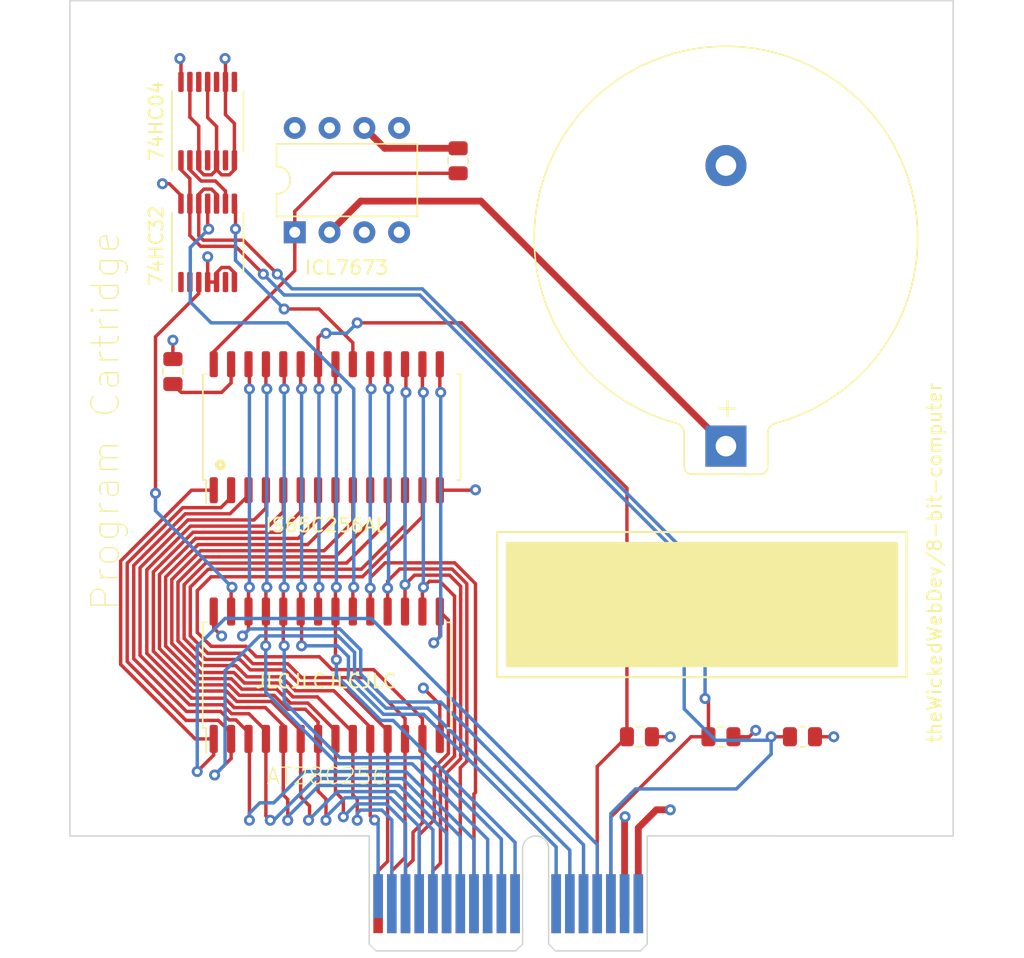
<source format=kicad_pcb>
(kicad_pcb (version 20211014) (generator pcbnew)
  (layers (0 "F.Cu" signal) (1 "In1.Cu" signal) (2 "In2.Cu" signal) (31 "B.Cu" signal) (34 "B.Paste" user) (35 "F.Paste" user) (36 "B.SilkS" user "B.Silkscreen") (37 "F.SilkS" user "F.Silkscreen") (38 "B.Mask" user) (39 "F.Mask" user) (44 "Edge.Cuts" user))
  (net 0 "")
  (net 1 "/D0")
  (net 2 "/D1")
  (net 3 "/D2")
  (net 4 "/D3")
  (net 5 "/D4")
  (net 6 "/D5")
  (net 7 "/D6")
  (net 8 "/D7")
  (net 9 "VCC")
  (net 10 "GND")
  (net 11 "/~{EN}")
  (net 12 "/~{READ}")
  (net 13 "/A14")
  (net 14 "/A12")
  (net 15 "/A7")
  (net 16 "/A6")
  (net 17 "/A5")
  (net 18 "/A4")
  (net 19 "/A3")
  (net 20 "/A2")
  (net 21 "/A1")
  (net 22 "/A0")
  (net 23 "/A10")
  (net 24 "/A11")
  (net 25 "/A9")
  (net 26 "/A8")
  (net 27 "/A13")
  (net 28 "/~{WE}")
  (net 29 "/A15")
  (net 30 "Net-(BT1-Pad1)")
  (net 31 "/~{WRITE}")
  (net 33 "Net-(R5-Pad2)")
  (net 34 "/~{ROM_WE}")
  (net 38 "Net-(U4-Pad2)")
  (net 46 "/~{ROM_WRITE}")
  (net 51 "+5V")
  (net 52 "Net-(U1-Pad20)")
  (net 53 "Net-(U5-Pad20)")
  (net 54 "Net-(SW1-Pad2)")
  (footprint "Package_SO:TSSOP-14_4.4x5mm_P0.65mm" (layer "F.Cu") (at 99.06 75.184 90)
    (fp_text reference "U6" hide)
    (fp_text value "74LS32")
  )
  (footprint "Resistor_SMD:R_0805_2012Metric" (layer "F.Cu") (at 130.588666 111.252)
    (fp_text reference "R2" hide)
    (fp_text value "R_Small_US")
  )
  (footprint "Package_DIP:DIP-8_W7.62mm" (layer "F.Cu") (at 105.42 74.412 90)
    (fp_text reference "U3" hide)
    (fp_text value "ICL7673")
  )
  (footprint "Connector_PCBEdge:BUS_PCIexpress_x1" (layer "F.Cu") (at 111.506 123.444)
    (fp_text reference "J1" hide)
    (fp_text value "PCIE-036-02-X-D-RA")
    (fp_line (start 19.65 -4.95) (end 19.65 2.95) (layer "Edge.Cuts") (width 0.1))
    (fp_line (start -0.65 -4.95) (end -0.65 2.95) (layer "Edge.Cuts") (width 0.1))
    (fp_line (start 12.45 2.95) (end 12.95 3.45) (layer "Edge.Cuts") (width 0.1))
    (fp_line (start 12.95 3.45) (end 19.15 3.45) (layer "Edge.Cuts") (width 0.1))
    (fp_line (start 10.55 2.95) (end 10.05 3.45) (layer "Edge.Cuts") (width 0.1))
    (fp_line (start -0.65 2.95) (end -0.15 3.45) (layer "Edge.Cuts") (width 0.1))
    (fp_line (start -0.15 3.45) (end 10.05 3.45) (layer "Edge.Cuts") (width 0.1))
    (fp_line (start 19.65 2.95) (end 19.15 3.45) (layer "Edge.Cuts") (width 0.1))
    (fp_line (start 12.45 -4) (end 12.45 2.95) (layer "Edge.Cuts") (width 0.1))
    (fp_line (start 10.55 -4) (end 10.55 2.95) (layer "Edge.Cuts") (width 0.1))
    (fp_arc (start 10.55 -4) (mid 11.5 -4.95) (end 12.45 -4) (layer "Edge.Cuts") (width 0.1))
  )
  (footprint "Package_SO:TSSOP-14_4.4x5mm_P0.65mm" (layer "F.Cu") (at 99.06 66.294 90)
    (fp_text reference "U4" hide)
    (fp_text value "74LS04")
  )
  (footprint "Resistor_SMD:R_0805_2012Metric" (layer "F.Cu") (at 96.52 84.582 90)
    (fp_text reference "R3" hide)
    (fp_text value "R_Small_US")
  )
  (footprint "MountingHole:MountingHole_2.5mm" (layer "F.Cu") (at 150.622 60.452)
    (fp_text reference "REF**" hide)
    (fp_text value "MountingHole_2.5mm")
  )
  (footprint "MountingHole:MountingHole_2.5mm" (layer "F.Cu") (at 150.622 115.57)
    (fp_text reference "REF**" hide)
    (fp_text value "MountingHole_2.5mm")
  )
  (footprint "Resistor_SMD:R_0805_2012Metric" (layer "F.Cu") (at 142.494 111.252)
    (fp_text reference "R4" hide)
    (fp_text value "R_Small_US")
  )
  (footprint "MountingHole:MountingHole_2.5mm" (layer "F.Cu") (at 91.948 115.57)
    (fp_text reference "REF**" hide)
    (fp_text value "MountingHole_2.5mm")
  )
  (footprint "Battery:BatteryHolder_Keystone_105_1x2430" (layer "F.Cu") (at 136.906 90.030081 90)
    (fp_text reference "BT1" hide)
    (fp_text value "Battery_Cell")
  )
  (footprint "Resistor_SMD:R_0805_2012Metric" (layer "F.Cu") (at 136.541332 111.252)
    (fp_text reference "R1" hide)
    (fp_text value "R_Small_US")
  )
  (footprint "MountingHole:MountingHole_2.5mm" (layer "F.Cu") (at 91.948 60.452)
    (fp_text reference "REF**" hide)
    (fp_text value "MountingHole_2.5mm")
  )
  (footprint "Resistor_SMD:R_0805_2012Metric" (layer "F.Cu") (at 117.348 69.1915 90)
    (fp_text reference "R5" hide)
    (fp_text value "R_Small_US")
  )
  (footprint "Stephenv6:SOP-28-RAM-ic" (layer "F.Cu") (at 94.3985 88.35 90)
    (fp_text reference "U5" hide)
    (fp_text value "IS65C256AL")
  )
  (footprint "Package_SO:SOIC-28W_7.5x17.9mm_P1.27mm" (layer "F.Cu") (at 107.7565 106.758 90)
    (fp_text reference "U1" hide)
    (fp_text value "28C256")
  )
  (gr_rect (start 120.2 96.3) (end 150.1 106.9) (layer "F.SilkS") (width 0.15) (fill none))
  (gr_rect (start 120.9 97.1) (end 149.4 106.1) (layer "F.SilkS") (width 0.15) (fill solid))
  (gr_line (start 89 118.5) (end 89 57.5) (layer "Edge.Cuts") (width 0.1))
  (gr_line (start 153.5 118.5) (end 153.5 57.5) (layer "Edge.Cuts") (width 0.1))
  (gr_line (start 153.5 57.5) (end 89 57.5) (layer "Edge.Cuts") (width 0.1))
  (gr_line (start 131.156 118.494) (end 153.5 118.5) (layer "Edge.Cuts") (width 0.1))
  (gr_line (start 110.856 118.494) (end 89 118.5) (layer "Edge.Cuts") (width 0.1))
  (gr_text "Program Cartridge" (at 91.6 88.2 90) (layer "F.SilkS") (effects (font (size 2 2) (thickness 0.1))))
  (gr_text "JLCJLCJLCJLC" (at 107.7 107.2) (layer "F.SilkS") (effects (font (size 1 1))))
  (gr_text "theWickedWebDev/8-bit-computer" (at 152.146 98.552 90) (layer "F.SilkS") (effects (font (size 1 1))))
  (segment (start 98.873806 105.60551) (end 97.340489 104.072193) (width 0.25) (layer "F.Cu") (net 1))
  (segment (start 108.779807 107.383511) (end 105.731806 107.38351) (width 0.25) (layer "F.Cu") (net 1))
  (segment (start 105.731806 107.38351) (end 104.715807 106.367511) (width 0.25) (layer "F.Cu") (net 1))
  (segment (start 112.2015 110.805204) (end 108.779807 107.383511) (width 0.25) (layer "F.Cu") (net 1))
  (segment (start 98.91818 98.566116) (end 109.205884 98.566116) (width 0.25) (layer "F.Cu") (net 1))
  (segment (start 102.175806 106.36751) (end 101.413807 105.605511) (width 0.25) (layer "F.Cu") (net 1))
  (segment (start 112.2015 95.5705) (end 112.2015 93.246) (width 0.25) (layer "F.Cu") (net 1))
  (segment (start 97.340489 104.072193) (end 97.34049 100.143806) (width 0.25) (layer "F.Cu") (net 1))
  (segment (start 111.506 123.444) (end 111.506 121.044) (width 0.25) (layer "F.Cu") (net 1))
  (segment (start 109.205884 98.566116) (end 112.2015 95.5705) (width 0.25) (layer "F.Cu") (net 1))
  (segment (start 101.413807 105.605511) (end 98.873806 105.60551) (width 0.25) (layer "F.Cu") (net 1))
  (segment (start 104.715807 106.367511) (end 102.175806 106.36751) (width 0.25) (layer "F.Cu") (net 1))
  (segment (start 112.2015 111.408) (end 112.2015 110.805204) (width 0.25) (layer "F.Cu") (net 1))
  (segment (start 112.2015 120.3485) (end 112.2015 111.408) (width 0.25) (layer "F.Cu") (net 1))
  (segment (start 111.506 121.044) (end 112.2015 120.3485) (width 0.25) (layer "F.Cu") (net 1))
  (segment (start 97.34049 100.143806) (end 98.91818 98.566116) (width 0.25) (layer "F.Cu") (net 1))
  (segment (start 105.918 106.934) (end 104.902 105.918) (width 0.25) (layer "F.Cu") (net 2))
  (segment (start 110.278965 99.015627) (end 113.4715 95.823092) (width 0.25) (layer "F.Cu") (net 2))
  (segment (start 101.6 105.156) (end 99.06 105.156) (width 0.25) (layer "F.Cu") (net 2))
  (segment (start 112.506 121.044) (end 113.4715 120.0785) (width 0.25) (layer "F.Cu") (net 2))
  (segment (start 99.104373 99.015627) (end 110.278965 99.015627) (width 0.25) (layer "F.Cu") (net 2))
  (segment (start 110.49 106.934) (end 105.918 106.934) (width 0.25) (layer "F.Cu") (net 2))
  (segment (start 112.506 123.444) (end 112.506 121.044) (width 0.25) (layer "F.Cu") (net 2))
  (segment (start 97.79 100.33) (end 99.104373 99.015627) (width 0.25) (layer "F.Cu") (net 2))
  (segment (start 104.902 105.918) (end 102.362 105.918) (width 0.25) (layer "F.Cu") (net 2))
  (segment (start 113.4715 95.823092) (end 113.4715 93.246) (width 0.25) (layer "F.Cu") (net 2))
  (segment (start 99.06 105.156) (end 97.79 103.886) (width 0.25) (layer "F.Cu") (net 2))
  (segment (start 97.79 103.886) (end 97.79 100.33) (width 0.25) (layer "F.Cu") (net 2))
  (segment (start 113.4715 109.9155) (end 110.49 106.934) (width 0.25) (layer "F.Cu") (net 2))
  (segment (start 102.362 105.918) (end 101.6 105.156) (width 0.25) (layer "F.Cu") (net 2))
  (segment (start 113.4715 120.0785) (end 113.4715 111.408) (width 0.25) (layer "F.Cu") (net 2))
  (segment (start 113.4715 111.408) (end 113.4715 109.9155) (width 0.25) (layer "F.Cu") (net 2))
  (segment (start 99.314 99.568) (end 110.362296 99.568) (width 0.25) (layer "F.Cu") (net 3))
  (segment (start 99.314 104.648) (end 98.298 103.632) (width 0.25) (layer "F.Cu") (net 3))
  (segment (start 113.506 120.808296) (end 114.056489 120.257807) (width 0.25) (layer "F.Cu") (net 3))
  (segment (start 114.056489 120.257807) (end 114.05649 118.225806) (width 0.25) (layer "F.Cu") (net 3))
  (segment (start 114.7415 111.408) (end 114.7415 109.9155) (width 0.25) (layer "F.Cu") (net 3))
  (segment (start 110.362296 99.568) (end 114.7415 95.188796) (width 0.25) (layer "F.Cu") (net 3))
  (segment (start 98.298 103.632) (end 98.298 100.584) (width 0.25) (layer "F.Cu") (net 3))
  (segment (start 114.7415 109.9155) (end 111.177001 106.351001) (width 0.25) (layer "F.Cu") (net 3))
  (segment (start 107.2169 105.41) (end 102.616 105.41) (width 0.25) (layer "F.Cu") (net 3))
  (segment (start 108.157901 106.351001) (end 107.2169 105.41) (width 0.25) (layer "F.Cu") (net 3))
  (segment (start 101.854 104.648) (end 99.314 104.648) (width 0.25) (layer "F.Cu") (net 3))
  (segment (start 113.506 123.444) (end 113.506 120.808296) (width 0.25) (layer "F.Cu") (net 3))
  (segment (start 111.177001 106.351001) (end 108.157901 106.351001) (width 0.25) (layer "F.Cu") (net 3))
  (segment (start 114.7415 95.188796) (end 114.7415 93.246) (width 0.25) (layer "F.Cu") (net 3))
  (segment (start 98.298 100.584) (end 99.314 99.568) (width 0.25) (layer "F.Cu") (net 3))
  (segment (start 102.616 105.41) (end 101.854 104.648) (width 0.25) (layer "F.Cu") (net 3))
  (segment (start 114.05649 118.225806) (end 114.7415 117.540796) (width 0.25) (layer "F.Cu") (net 3))
  (segment (start 114.7415 117.540796) (end 114.7415 111.408) (width 0.25) (layer "F.Cu") (net 3))
  (segment (start 116.0115 84.046) (end 116.0115 86.0395) (width 0.25) (layer "F.Cu") (net 4))
  (segment (start 116.636028 102.732528) (end 116.0115 102.108) (width 0.25) (layer "F.Cu") (net 4))
  (segment (start 116.636028 112.479537) (end 116.636028 102.732528) (width 0.25) (layer "F.Cu") (net 4))
  (segment (start 116.0115 86.0395) (end 116.078 86.106) (width 0.25) (layer "F.Cu") (net 4))
  (segment (start 114.506 123.444) (end 114.506 118.412) (width 0.25) (layer "F.Cu") (net 4))
  (segment (start 116.0115 103.9525) (end 115.57 104.394) (width 0.25) (layer "F.Cu") (net 4))
  (segment (start 115.606978 117.311022) (end 115.606978 113.508587) (width 0.25) (layer "F.Cu") (net 4))
  (segment (start 114.506 118.412) (end 115.606978 117.311022) (width 0.25) (layer "F.Cu") (net 4))
  (segment (start 116.0115 102.108) (end 116.0115 103.9525) (width 0.25) (layer "F.Cu") (net 4))
  (segment (start 115.606978 113.508587) (end 116.636028 112.479537) (width 0.25) (layer "F.Cu") (net 4))
  (via (at 115.57 104.394) (size 0.8) (drill 0.4) (layers "F.Cu" "B.Cu") (net 4))
  (via (at 116.078 86.106) (size 0.8) (drill 0.4) (layers "F.Cu" "B.Cu") (net 4))
  (segment (start 116.078 103.886) (end 115.57 104.394) (width 0.25) (layer "B.Cu") (net 4))
  (segment (start 116.078 86.106) (end 116.078 103.886) (width 0.25) (layer "B.Cu") (net 4))
  (segment (start 117.085539 100.975879) (end 116.010192 99.900532) (width 0.25) (layer "F.Cu") (net 5))
  (segment (start 116.05649 113.69478) (end 117.085539 112.665731) (width 0.25) (layer "F.Cu") (net 5))
  (segment (start 117.085539 112.665731) (end 117.085539 100.975879) (width 0.25) (layer "F.Cu") (net 5))
  (segment (start 114.7415 86.0395) (end 114.808 86.106) (width 0.25) (layer "F.Cu") (net 5))
  (segment (start 114.816418 100.338418) (end 114.7415 100.413336) (width 0.25) (layer "F.Cu") (net 5))
  (segment (start 116.056489 120.493511) (end 116.05649 113.69478) (width 0.25) (layer "F.Cu") (net 5))
  (segment (start 115.506 123.444) (end 115.506 121.044) (width 0.25) (layer "F.Cu") (net 5))
  (segment (start 115.506 121.044) (end 116.056489 120.493511) (width 0.25) (layer "F.Cu") (net 5))
  (segment (start 114.7415 84.046) (end 114.7415 86.0395) (width 0.25) (layer "F.Cu") (net 5))
  (segment (start 114.7415 100.413336) (end 114.7415 102.108) (width 0.25) (layer "F.Cu") (net 5))
  (segment (start 115.254303 99.900533) (end 114.816418 100.338418) (width 0.25) (layer "F.Cu") (net 5))
  (segment (start 116.010192 99.900532) (end 115.254303 99.900533) (width 0.25) (layer "F.Cu") (net 5))
  (via (at 114.816418 100.338418) (size 0.8) (drill 0.4) (layers "F.Cu" "B.Cu") (net 5))
  (via (at 114.808 86.106) (size 0.8) (drill 0.4) (layers "F.Cu" "B.Cu") (net 5))
  (segment (start 114.808 100.33) (end 114.816418 100.338418) (width 0.25) (layer "B.Cu") (net 5))
  (segment (start 114.808 86.106) (end 114.808 100.33) (width 0.25) (layer "B.Cu") (net 5))
  (segment (start 113.538 84.1125) (end 113.4715 84.046) (width 0.25) (layer "F.Cu") (net 6))
  (segment (start 116.721614 99.451022) (end 114.162978 99.451022) (width 0.25) (layer "F.Cu") (net 6))
  (segment (start 116.506 123.444) (end 116.506 113.880974) (width 0.25) (layer "F.Cu") (net 6))
  (segment (start 113.538 86.106) (end 113.538 84.1125) (width 0.25) (layer "F.Cu") (net 6))
  (segment (start 117.53505 100.264458) (end 116.721614 99.451022) (width 0.25) (layer "F.Cu") (net 6))
  (segment (start 114.162978 99.451022) (end 113.4715 100.1425) (width 0.25) (layer "F.Cu") (net 6))
  (segment (start 117.53505 112.851924) (end 117.53505 100.264458) (width 0.25) (layer "F.Cu") (net 6))
  (segment (start 113.4715 100.1425) (end 113.4715 102.108) (width 0.25) (layer "F.Cu") (net 6))
  (segment (start 116.506 113.880974) (end 117.53505 112.851924) (width 0.25) (layer "F.Cu") (net 6))
  (via (at 113.538 86.106) (size 0.8) (drill 0.4) (layers "F.Cu" "B.Cu") (net 6))
  (via (at 113.4715 100.1425) (size 0.8) (drill 0.4) (layers "F.Cu" "B.Cu") (net 6))
  (segment (start 113.4715 100.1425) (end 113.4715 86.1725) (width 0.25) (layer "B.Cu") (net 6))
  (segment (start 113.4715 86.1725) (end 113.538 86.106) (width 0.25) (layer "B.Cu") (net 6))
  (segment (start 112.2015 99.8885) (end 112.2015 100.3965) (width 0.25) (layer "F.Cu") (net 7))
  (segment (start 112.2015 85.7855) (end 112.268 85.852) (width 0.25) (layer "F.Cu") (net 7))
  (segment (start 117.506 113.516691) (end 117.984561 113.03813) (width 0.25) (layer "F.Cu") (net 7))
  (segment (start 112.2015 84.046) (end 112.2015 85.7855) (width 0.25) (layer "F.Cu") (net 7))
  (segment (start 117.506 123.444) (end 117.506 113.516691) (width 0.25) (layer "F.Cu") (net 7))
  (segment (start 117.984561 113.03813) (end 117.984561 100.078265) (width 0.25) (layer "F.Cu") (net 7))
  (segment (start 112.2015 100.3965) (end 112.2015 102.108) (width 0.25) (layer "F.Cu") (net 7))
  (segment (start 116.907807 99.001511) (end 113.088489 99.001511) (width 0.25) (layer "F.Cu") (net 7))
  (segment (start 117.984561 100.078265) (end 116.907807 99.001511) (width 0.25) (layer "F.Cu") (net 7))
  (segment (start 113.088489 99.001511) (end 112.2015 99.8885) (width 0.25) (layer "F.Cu") (net 7))
  (via (at 112.268 85.852) (size 0.8) (drill 0.4) (layers "F.Cu" "B.Cu") (net 7))
  (via (at 112.2015 100.3965) (size 0.8) (drill 0.4) (layers "F.Cu" "B.Cu") (net 7))
  (segment (start 112.268 100.33) (end 112.2015 100.3965) (width 0.25) (layer "B.Cu") (net 7))
  (segment (start 112.268 85.852) (end 112.268 100.33) (width 0.25) (layer "B.Cu") (net 7))
  (segment (start 110.9315 85.7855) (end 110.998 85.852) (width 0.25) (layer "F.Cu") (net 8))
  (segment (start 118.618 100.076) (end 118.618 115.316) (width 0.25) (layer "F.Cu") (net 8))
  (segment (start 110.9315 99.6345) (end 112.014 98.552) (width 0.25) (layer "F.Cu") (net 8))
  (segment (start 118.618 115.316) (end 118.506 115.428) (width 0.25) (layer "F.Cu") (net 8))
  (segment (start 117.094 98.552) (end 118.618 100.076) (width 0.25) (layer "F.Cu") (net 8))
  (segment (start 112.014 98.552) (end 117.094 98.552) (width 0.25) (layer "F.Cu") (net 8))
  (segment (start 110.9315 102.108) (end 110.9315 100.3965) (width 0.25) (layer "F.Cu") (net 8))
  (segment (start 110.9315 100.3965) (end 110.9315 99.6345) (width 0.25) (layer "F.Cu") (net 8))
  (segment (start 110.9315 84.046) (end 110.9315 85.7855) (width 0.25) (layer "F.Cu") (net 8))
  (segment (start 118.506 115.428) (end 118.506 123.444) (width 0.25) (layer "F.Cu") (net 8))
  (via (at 110.998 85.852) (size 0.8) (drill 0.4) (layers "F.Cu" "B.Cu") (net 8))
  (via (at 110.9315 100.3965) (size 0.8) (drill 0.4) (layers "F.Cu" "B.Cu") (net 8))
  (segment (start 110.9315 100.3965) (end 110.9315 85.9185) (width 0.25) (layer "B.Cu") (net 8))
  (segment (start 110.9315 85.9185) (end 110.998 85.852) (width 0.25) (layer "B.Cu") (net 8))
  (segment (start 143.4065 111.252) (end 144.78 111.252) (width 0.25) (layer "F.Cu") (net 9))
  (segment (start 108.204 70.104) (end 105.41 72.898) (width 0.25) (layer "F.Cu") (net 9))
  (segment (start 99.5015 102.108) (end 99.5015 103.3115) (width 0.25) (layer "F.Cu") (net 9))
  (segment (start 117.348 70.104) (end 108.204 70.104) (width 0.25) (layer "F.Cu") (net 9))
  (segment (start 96.266 70.866) (end 95.758 70.866) (width 0.25) (layer "F.Cu") (net 9))
  (segment (start 105.42 72.908) (end 105.42 74.412) (width 0.25) (layer "F.Cu") (net 9))
  (segment (start 105.41 72.898) (end 105.42 72.908) (width 0.25) (layer "F.Cu") (net 9))
  (segment (start 96.52 83.7475) (end 96.52 82.296) (width 0.25) (layer "F.Cu") (net 9))
  (segment (start 105.42 77.2146) (end 105.42 74.412) (width 0.25) (layer "F.Cu") (net 9))
  (segment (start 97.11 72.3215) (end 97.11 71.71) (width 0.25) (layer "F.Cu") (net 9))
  (segment (start 97.11 71.71) (end 96.266 70.866) (width 0.25) (layer "F.Cu") (net 9))
  (segment (start 97.11 63.4315) (end 97.11 61.804) (width 0.25) (layer "F.Cu") (net 9))
  (segment (start 99.5015 83.1331) (end 105.42 77.2146) (width 0.25) (layer "F.Cu") (net 9))
  (segment (start 138.607513 111.252) (end 139.078013 110.7815) (width 0.25) (layer "F.Cu") (net 9))
  (segment (start 99.5015 84.046) (end 99.5015 83.1331) (width 0.25) (layer "F.Cu") (net 9))
  (segment (start 131.501166 111.252) (end 132.842 111.252) (width 0.25) (layer "F.Cu") (net 9))
  (segment (start 99.5015 103.3115) (end 100.080299 103.890299) (width 0.25) (layer "F.Cu") (net 9))
  (segment (start 137.453832 111.252) (end 138.607513 111.252) (width 0.25) (layer "F.Cu") (net 9))
  (via (at 144.78 111.252) (size 0.8) (drill 0.4) (layers "F.Cu" "B.Cu") (net 9))
  (via (at 96.52 82.296) (size 0.8) (drill 0.4) (layers "F.Cu" "B.Cu") (net 9))
  (via (at 139.078013 110.7815) (size 0.8) (drill 0.4) (layers "F.Cu" "B.Cu") (net 9))
  (via (at 132.842 111.252) (size 0.8) (drill 0.4) (layers "F.Cu" "B.Cu") (net 9))
  (via (at 95.758 70.866) (size 0.8) (drill 0.4) (layers "F.Cu" "B.Cu") (net 9))
  (via (at 97.028 61.722) (size 0.8) (drill 0.4) (layers "F.Cu" "B.Cu") (net 9))
  (via (at 100.080299 103.890299) (size 0.8) (drill 0.4) (layers "F.Cu" "B.Cu") (net 9))
  (segment (start 100.635841 76.98448) (end 100.084159 76.98448) (width 0.25) (layer "F.Cu") (net 10))
  (segment (start 99.06 63.4315) (end 99.06 66.04) (width 0.25) (layer "F.Cu") (net 10))
  (segment (start 99.71 69.844361) (end 99.335841 70.21852) (width 0.25) (layer "F.Cu") (net 10))
  (segment (start 101.01 66.466) (end 100.36 65.816) (width 0.25) (layer "F.Cu") (net 10))
  (segment (start 100.36 63.4315) (end 100.36 61.752) (width 0.25) (layer "F.Cu") (net 10))
  (segment (start 116.0115 93.246) (end 118.59 93.246) (width 0.25) (layer "F.Cu") (net 10))
  (segment (start 101.01 69.844361) (end 101.01 69.1565) (width 0.25) (layer "F.Cu") (net 10))
  (segment (start 101.01 78.0465) (end 101.01 77.358639) (width 0.25) (layer "F.Cu") (net 10))
  (segment (start 99.335841 70.21852) (end 98.784159 70.21852) (width 0.25) (layer "F.Cu") (net 10))
  (segment (start 116.0115 111.408) (end 116.0115 108.8995) (width 0.25) (layer "F.Cu") (net 10))
  (segment (start 97.76 66.01) (end 97.76 63.4315) (width 0.25) (layer "F.Cu") (net 10))
  (segment (start 129.506 122.894) (end 129.506 117.128) (width 0.5) (layer "F.Cu") (net 10))
  (segment (start 100.36 65.816) (end 100.36 63.4315) (width 0.25) (layer "F.Cu") (net 10))
  (segment (start 101.01 77.358639) (end 100.635841 76.98448) (width 0.25) (layer "F.Cu") (net 10))
  (segment (start 99.71 66.69) (end 99.71 69.1565) (width 0.25) (layer "F.Cu") (net 10))
  (segment (start 99.06 66.04) (end 99.71 66.69) (width 0.25) (layer "F.Cu") (net 10))
  (segment (start 100.635841 70.21852) (end 101.01 69.844361) (width 0.25) (layer "F.Cu") (net 10))
  (segment (start 116.0115 108.8995) (end 114.808 107.696) (width 0.25) (layer "F.Cu") (net 10))
  (segment (start 98.41 69.844361) (end 98.41 69.1565) (width 0.25) (layer "F.Cu") (net 10))
  (segment (start 100.084159 76.98448) (end 99.71 77.358639) (width 0.25) (layer "F.Cu") (net 10))
  (segment (start 101.01 69.1565) (end 101.01 66.466) (width 0.25) (layer "F.Cu") (net 10))
  (segment (start 98.784159 70.21852) (end 98.41 69.844361) (width 0.25) (layer "F.Cu") (net 10))
  (segment (start 100.084159 70.21852) (end 100.635841 70.21852) (width 0.25) (layer "F.Cu") (net 10))
  (segment (start 129.506 117.128) (end 129.54 117.094) (width 0.5) (layer "F.Cu") (net 10))
  (segment (start 99.71 69.1565) (end 99.71 69.844361) (width 0.25) (layer "F.Cu") (net 10))
  (segment (start 99.71 77.358639) (end 99.71 78.0465) (width 0.25) (layer "F.Cu") (net 10))
  (segment (start 99.06 78.0465) (end 99.06 76.2) (width 0.25) (layer "F.Cu") (net 10))
  (segment (start 98.41 66.66) (end 97.76 66.01) (width 0.25) (layer "F.Cu") (net 10))
  (segment (start 99.06 78.0465) (end 99.71 78.0465) (width 0.25) (layer "F.Cu") (net 10))
  (segment (start 98.41 69.1565) (end 98.41 66.66) (width 0.25) (layer "F.Cu") (net 10))
  (segment (start 99.71 69.844361) (end 100.084159 70.21852) (width 0.25) (layer "F.Cu") (net 10))
  (via (at 99.06 76.2) (size 0.8) (drill 0.4) (layers "F.Cu" "B.Cu") (net 10))
  (via (at 129.54 117.094) (size 0.8) (drill 0.4) (layers "F.Cu" "B.Cu") (net 10))
  (via (at 114.808 107.696) (size 0.8) (drill 0.4) (layers "F.Cu" "B.Cu") (net 10))
  (via (at 100.33 61.722) (size 0.8) (drill 0.4) (layers "F.Cu" "B.Cu") (net 10))
  (via (at 118.618 93.218) (size 0.8) (drill 0.4) (layers "F.Cu" "B.Cu") (net 10))
  (segment (start 128.506 117.1034) (end 134.3574 111.252) (width 0.25) (layer "F.Cu") (net 11))
  (segment (start 101.667089 74.988489) (end 104.144299 77.465701) (width 0.25) (layer "F.Cu") (net 11))
  (segment (start 98.738193 74.988489) (end 101.667089 74.988489) (width 0.25) (layer "F.Cu") (net 11))
  (segment (start 98.784159 71.25948) (end 98.41 71.633639) (width 0.25) (layer "F.Cu") (net 11))
  (segment (start 99.71 72.3215) (end 99.71 71.633639) (width 0.25) (layer "F.Cu") (net 11))
  (segment (start 134.3574 111.252) (end 135.628832 111.252) (width 0.25) (layer "F.Cu") (net 11))
  (segment (start 128.506 123.444) (end 128.506 117.1034) (width 0.25) (layer "F.Cu") (net 11))
  (segment (start 98.41 72.3215) (end 98.41 74.660296) (width 0.25) (layer "F.Cu") (net 11))
  (segment (start 135.628832 111.252) (end 135.628832 108.704832) (width 0.25) (layer "F.Cu") (net 11))
  (segment (start 135.628832 108.704832) (end 135.382 108.458) (width 0.25) (layer "F.Cu") (net 11))
  (segment (start 99.335841 71.25948) (end 98.784159 71.25948) (width 0.25) (layer "F.Cu") (net 11))
  (segment (start 98.41 74.660296) (end 98.738193 74.988489) (width 0.25) (layer "F.Cu") (net 11))
  (segment (start 99.71 71.633639) (end 99.335841 71.25948) (width 0.25) (layer "F.Cu") (net 11))
  (segment (start 98.41 71.633639) (end 98.41 72.3215) (width 0.25) (layer "F.Cu") (net 11))
  (via (at 135.382 108.458) (size 0.8) (drill 0.4) (layers "F.Cu" "B.Cu") (net 11))
  (via (at 104.144299 77.465701) (size 0.8) (drill 0.4) (layers "F.Cu" "B.Cu") (net 11))
  (segment (start 135.382 108.458) (end 135.382 99.186296) (width 0.25) (layer "B.Cu") (net 11))
  (segment (start 135.382 99.186296) (end 114.740193 78.544489) (width 0.25) (layer "B.Cu") (net 11))
  (segment (start 114.740193 78.544489) (end 105.223087 78.544489) (width 0.25) (layer "B.Cu") (net 11))
  (segment (start 105.223087 78.544489) (end 104.144299 77.465701) (width 0.25) (layer "B.Cu") (net 11))
  (segment (start 107.1215 84.046) (end 107.1215 82.1085) (width 0.25) (layer "F.Cu") (net 12))
  (segment (start 129.676166 111.252) (end 129.676166 93.100166) (width 0.25) (layer "F.Cu") (net 12))
  (segment (start 117.602 81.026) (end 109.982 81.026) (width 0.25) (layer "F.Cu") (net 12))
  (segment (start 107.1215 82.1085) (end 107.442 81.788) (width 0.25) (layer "F.Cu") (net 12))
  (segment (start 107.442 81.788) (end 107.696 81.788) (width 0.25) (layer "F.Cu") (net 12))
  (segment (start 107.1215 102.108) (end 107.1215 100.3965) (width 0.25) (layer "F.Cu") (net 12))
  (segment (start 107.188 84.1125) (end 107.1215 84.046) (width 0.25) (layer "F.Cu") (net 12))
  (segment (start 127.506 123.444) (end 127.506 113.422166) (width 0.25) (layer "F.Cu") (net 12))
  (segment (start 107.188 85.852) (end 107.188 84.1125) (width 0.25) (layer "F.Cu") (net 12))
  (segment (start 127.506 113.422166) (end 129.676166 111.252) (width 0.25) (layer "F.Cu") (net 12))
  (segment (start 107.1215 100.3965) (end 107.188 100.33) (width 0.25) (layer "F.Cu") (net 12))
  (segment (start 129.676166 93.100166) (end 117.602 81.026) (width 0.25) (layer "F.Cu") (net 12))
  (via (at 109.982 81.026) (size 0.8) (drill 0.4) (layers "F.Cu" "B.Cu") (net 12))
  (via (at 107.188 100.33) (size 0.8) (drill 0.4) (layers "F.Cu" "B.Cu") (net 12))
  (via (at 107.696 81.788) (size 0.8) (drill 0.4) (layers "F.Cu" "B.Cu") (net 12))
  (via (at 107.188 85.852) (size 0.8) (drill 0.4) (layers "F.Cu" "B.Cu") (net 12))
  (segment (start 107.696 81.788) (end 109.22 81.788) (width 0.25) (layer "B.Cu") (net 12))
  (segment (start 107.188 100.33) (end 107.188 85.852) (width 0.25) (layer "B.Cu") (net 12))
  (segment (start 109.22 81.788) (end 109.982 81.026) (width 0.25) (layer "B.Cu") (net 12))
  (segment (start 92.70645 105.971371) (end 92.70645 98.420807) (width 0.25) (layer "F.Cu") (net 13))
  (segment (start 99.5015 111.408) (end 99.5015 112.5885) (width 0.25) (layer "F.Cu") (net 13))
  (segment (start 92.70645 98.420807) (end 97.881257 93.246) (width 0.25) (layer "F.Cu") (net 13))
  (segment (start 99.5015 111.408) (end 98.143079 111.408) (width 0.25) (layer "F.Cu") (net 13))
  (segment (start 98.143079 111.408) (end 92.70645 105.971371) (width 0.25) (layer "F.Cu") (net 13))
  (segment (start 97.881257 93.246) (end 99.5015 93.246) (width 0.25) (layer "F.Cu") (net 13))
  (segment (start 99.5015 112.5885) (end 98.298 113.792) (width 0.25) (layer "F.Cu") (net 13))
  (via (at 98.298 113.792) (size 0.8) (drill 0.4) (layers "F.Cu" "B.Cu") (net 13))
  (segment (start 98.298 104.648) (end 100.33 102.616) (width 0.25) (layer "B.Cu") (net 13))
  (segment (start 100.33 102.616) (end 110.998 102.616) (width 0.25) (layer "B.Cu") (net 13))
  (segment (start 110.998 102.616) (end 127.506 119.124) (width 0.25) (layer "B.Cu") (net 13))
  (segment (start 98.298 113.792) (end 98.298 104.648) (width 0.25) (layer "B.Cu") (net 13))
  (segment (start 127.506 119.124) (end 127.506 123.444) (width 0.25) (layer "B.Cu") (net 13))
  (segment (start 100.7715 111.408) (end 100.7715 112.8425) (width 0.25) (layer "F.Cu") (net 14))
  (segment (start 100.024846 94.52052) (end 100.7715 93.773866) (width 0.25) (layer "F.Cu") (net 14))
  (segment (start 100.7715 93.773866) (end 100.7715 93.246) (width 0.25) (layer "F.Cu") (net 14))
  (segment (start 100.7715 112.8425) (end 99.568 114.046) (width 0.25) (layer "F.Cu") (net 14))
  (segment (start 97.242441 94.52052) (end 100.024846 94.52052) (width 0.25) (layer "F.Cu") (net 14))
  (segment (start 99.848052 110.05848) (end 97.479909 110.05848) (width 0.25) (layer "F.Cu") (net 14))
  (segment (start 93.183747 98.579214) (end 97.242441 94.52052) (width 0.25) (layer "F.Cu") (net 14))
  (segment (start 100.7715 110.981928) (end 99.848052 110.05848) (width 0.25) (layer "F.Cu") (net 14))
  (segment (start 100.7715 111.408) (end 100.7715 110.981928) (width 0.25) (layer "F.Cu") (net 14))
  (segment (start 93.183747 105.762318) (end 93.183747 98.579214) (width 0.25) (layer "F.Cu") (net 14))
  (segment (start 97.479909 110.05848) (end 93.183747 105.762318) (width 0.25) (layer "F.Cu") (net 14))
  (via (at 99.568 114.046) (size 0.8) (drill 0.4) (layers "F.Cu" "B.Cu") (net 14))
  (segment (start 100.33 106.426) (end 100.33 113.284) (width 0.25) (layer "B.Cu") (net 14))
  (segment (start 125.506 123.444) (end 125.506 119.537704) (width 0.25) (layer "B.Cu") (net 14))
  (segment (start 125.506 119.537704) (end 115.129807 109.161511) (width 0.25) (layer "B.Cu") (net 14))
  (segment (start 108.584296 103.886) (end 102.87 103.886) (width 0.25) (layer "B.Cu") (net 14))
  (segment (start 109.786489 106.866193) (end 109.786489 105.088193) (width 0.25) (layer "B.Cu") (net 14))
  (segment (start 102.87 103.886) (end 100.33 106.426) (width 0.25) (layer "B.Cu") (net 14))
  (segment (start 109.786489 105.088193) (end 108.584296 103.886) (width 0.25) (layer "B.Cu") (net 14))
  (segment (start 115.129807 109.161511) (end 112.081806 109.16151) (width 0.25) (layer "B.Cu") (net 14))
  (segment (start 100.33 113.284) (end 99.568 114.046) (width 0.25) (layer "B.Cu") (net 14))
  (segment (start 112.081806 109.16151) (end 109.786489 106.866193) (width 0.25) (layer "B.Cu") (net 14))
  (segment (start 102.108 111.4745) (end 102.0415 111.408) (width 0.25) (layer "F.Cu") (net 15))
  (segment (start 100.005333 109.403333) (end 100.624084 110.022084) (width 0.25) (layer "F.Cu") (net 15))
  (segment (start 97.428635 94.97003) (end 93.661044 98.737621) (width 0.25) (layer "F.Cu") (net 15))
  (segment (start 101.126452 110.022084) (end 102.0415 110.937132) (width 0.25) (layer "F.Cu") (net 15))
  (segment (start 97.511111 109.403333) (end 100.005333 109.403333) (width 0.25) (layer "F.Cu") (net 15))
  (segment (start 93.661044 98.737621) (end 93.661044 105.553266) (width 0.25) (layer "F.Cu") (net 15))
  (segment (start 102.0415 93.246) (end 102.0415 93.618212) (width 0.25) (layer "F.Cu") (net 15))
  (segment (start 93.661044 105.553266) (end 97.511111 109.403333) (width 0.25) (layer "F.Cu") (net 15))
  (segment (start 100.624084 110.022084) (end 101.126452 110.022084) (width 0.25) (layer "F.Cu") (net 15))
  (segment (start 102.108 117.348) (end 102.108 111.4745) (width 0.25) (layer "F.Cu") (net 15))
  (segment (start 102.0415 110.937132) (end 102.0415 111.408) (width 0.25) (layer "F.Cu") (net 15))
  (segment (start 100.689682 94.97003) (end 97.428635 94.97003) (width 0.25) (layer "F.Cu") (net 15))
  (segment (start 102.0415 93.618212) (end 100.689682 94.97003) (width 0.25) (layer "F.Cu") (net 15))
  (via (at 102.108 117.348) (size 0.8) (drill 0.4) (layers "F.Cu" "B.Cu") (net 15))
  (segment (start 103.124 116.078) (end 102.87 116.078) (width 0.25) (layer "B.Cu") (net 15))
  (segment (start 118.506 118.76) (end 116.84 117.094) (width 0.25) (layer "B.Cu") (net 15))
  (segment (start 113.538 113.792) (end 110.998 113.792) (width 0.25) (layer "B.Cu") (net 15))
  (segment (start 116.84 117.094) (end 113.538 113.792) (width 0.25) (layer "B.Cu") (net 15))
  (segment (start 110.998 113.792) (end 106.172 113.792) (width 0.25) (layer "B.Cu") (net 15))
  (segment (start 102.87 116.078) (end 102.108 116.84) (width 0.25) (layer "B.Cu") (net 15))
  (segment (start 102.108 116.84) (end 102.108 117.348) (width 0.25) (layer "B.Cu") (net 15))
  (segment (start 106.172 113.792) (end 104.648 115.316) (width 0.25) (layer "B.Cu") (net 15))
  (segment (start 103.886 116.078) (end 103.124 116.078) (width 0.25) (layer "B.Cu") (net 15))
  (segment (start 118.506 123.444) (end 118.506 118.76) (width 0.25) (layer "B.Cu") (net 15))
  (segment (start 104.648 115.316) (end 103.886 116.078) (width 0.25) (layer "B.Cu") (net 15))
  (segment (start 103.3115 110.809428) (end 102.074647 109.572575) (width 0.25) (layer "F.Cu") (net 16))
  (segment (start 102.074647 109.572575) (end 100.810276 109.572572) (width 0.25) (layer "F.Cu") (net 16))
  (segment (start 103.3115 94.5545) (end 103.3115 93.246) (width 0.25) (layer "F.Cu") (net 16))
  (segment (start 102.44646 95.41954) (end 103.3115 94.5545) (width 0.25) (layer "F.Cu") (net 16))
  (segment (start 94.12043 105.30206) (end 94.12043 98.913939) (width 0.25) (layer "F.Cu") (net 16))
  (segment (start 103.3115 117.0275) (end 103.632 117.348) (width 0.25) (layer "F.Cu") (net 16))
  (segment (start 103.3115 111.408) (end 103.3115 110.809428) (width 0.25) (layer "F.Cu") (net 16))
  (segment (start 97.614829 95.41954) (end 102.44646 95.41954) (width 0.25) (layer "F.Cu") (net 16))
  (segment (start 100.155714 108.91801) (end 97.73638 108.91801) (width 0.25) (layer "F.Cu") (net 16))
  (segment (start 100.810276 109.572572) (end 100.155714 108.91801) (width 0.25) (layer "F.Cu") (net 16))
  (segment (start 94.12043 98.913939) (end 97.614829 95.41954) (width 0.25) (layer "F.Cu") (net 16))
  (segment (start 97.73638 108.91801) (end 94.12043 105.30206) (width 0.25) (layer "F.Cu") (net 16))
  (segment (start 103.3115 111.408) (end 103.3115 117.0275) (width 0.25) (layer "F.Cu") (net 16))
  (via (at 103.632 117.348) (size 0.8) (drill 0.4) (layers "F.Cu" "B.Cu") (net 16))
  (segment (start 110.998 114.3) (end 106.934 114.3) (width 0.25) (layer "B.Cu") (net 16))
  (segment (start 113.284 114.3) (end 110.998 114.3) (width 0.25) (layer "B.Cu") (net 16))
  (segment (start 117.506 118.522) (end 115.824 116.84) (width 0.25) (layer "B.Cu") (net 16))
  (segment (start 117.506 123.444) (end 117.506 118.522) (width 0.25) (layer "B.Cu") (net 16))
  (segment (start 103.886 117.348) (end 103.632 117.348) (width 0.25) (layer "B.Cu") (net 16))
  (segment (start 106.934 114.3) (end 105.664 115.57) (width 0.25) (layer "B.Cu") (net 16))
  (segment (start 105.664 115.57) (end 103.886 117.348) (width 0.25) (layer "B.Cu") (net 16))
  (segment (start 115.824 116.84) (end 113.284 114.3) (width 0.25) (layer "B.Cu") (net 16))
  (segment (start 97.801022 95.869051) (end 94.615638 99.054435) (width 0.25) (layer "F.Cu") (net 17))
  (segment (start 104.906299 115.828299) (end 104.906299 117.352299) (width 0.25) (layer "F.Cu") (net 17))
  (segment (start 100.99647 109.123062) (end 103.276839 109.123065) (width 0.25) (layer "F.Cu") (net 17))
  (segment (start 97.886757 108.432687) (end 100.306095 108.432687) (width 0.25) (layer "F.Cu") (net 17))
  (segment (start 94.615638 99.054435) (end 94.615638 105.161568) (width 0.25) (layer "F.Cu") (net 17))
  (segment (start 103.520949 95.869051) (end 97.801022 95.869051) (width 0.25) (layer "F.Cu") (net 17))
  (segment (start 104.5815 110.427726) (end 104.5815 111.408) (width 0.25) (layer "F.Cu") (net 17))
  (segment (start 100.306095 108.432687) (end 100.99647 109.123062) (width 0.25) (layer "F.Cu") (net 17))
  (segment (start 104.5815 94.8085) (end 103.520949 95.869051) (width 0.25) (layer "F.Cu") (net 17))
  (segment (start 104.5815 115.5035) (end 104.906299 115.828299) (width 0.25) (layer "F.Cu") (net 17))
  (segment (start 103.276839 109.123065) (end 104.5815 110.427726) (width 0.25) (layer "F.Cu") (net 17))
  (segment (start 104.5815 111.408) (end 104.5815 115.5035) (width 0.25) (layer "F.Cu") (net 17))
  (segment (start 94.615638 105.161568) (end 97.886757 108.432687) (width 0.25) (layer "F.Cu") (net 17))
  (segment (start 104.5815 93.246) (end 104.5815 94.8085) (width 0.25) (layer "F.Cu") (net 17))
  (via (at 104.906299 117.352299) (size 0.8) (drill 0.4) (layers "F.Cu" "B.Cu") (net 17))
  (segment (start 116.506 118.284) (end 113.03 114.808) (width 0.25) (layer "B.Cu") (net 17))
  (segment (start 104.906299 117.089701) (end 104.906299 117.352299) (width 0.25) (layer "B.Cu") (net 17))
  (segment (start 107.188 114.808) (end 104.906299 117.089701) (width 0.25) (layer "B.Cu") (net 17))
  (segment (start 116.506 123.444) (end 116.506 118.284) (width 0.25) (layer "B.Cu") (net 17))
  (segment (start 113.03 114.808) (end 107.188 114.808) (width 0.25) (layer "B.Cu") (net 17))
  (segment (start 103.717035 108.673555) (end 101.182663 108.673551) (width 0.25) (layer "F.Cu") (net 18))
  (segment (start 95.092939 105.003161) (end 95.092939 99.212836) (width 0.25) (layer "F.Cu") (net 18))
  (segment (start 98.001331 107.911553) (end 95.092939 105.003161) (width 0.25) (layer "F.Cu") (net 18))
  (segment (start 105.8515 111.408) (end 105.8515 115.6515) (width 0.25) (layer "F.Cu") (net 18))
  (segment (start 100.420666 107.911554) (end 98.001331 107.911553) (width 0.25) (layer "F.Cu") (net 18))
  (segment (start 105.8515 110.80802) (end 103.717035 108.673555) (width 0.25) (layer "F.Cu") (net 18))
  (segment (start 105.8515 111.408) (end 105.8515 110.80802) (width 0.25) (layer "F.Cu") (net 18))
  (segment (start 101.182663 108.673551) (end 100.420666 107.911554) (width 0.25) (layer "F.Cu") (net 18))
  (segment (start 97.987213 96.318562) (end 104.341438 96.318562) (width 0.25) (layer "F.Cu") (net 18))
  (segment (start 95.092939 99.212836) (end 97.987213 96.318562) (width 0.25) (layer "F.Cu") (net 18))
  (segment (start 106.5 116.3) (end 106.5 117.274) (width 0.25) (layer "F.Cu") (net 18))
  (segment (start 105.8515 94.8085) (end 105.8515 93.246) (width 0.25) (layer "F.Cu") (net 18))
  (segment (start 104.341438 96.318562) (end 105.8515 94.8085) (width 0.25) (layer "F.Cu") (net 18))
  (segment (start 105.8515 115.6515) (end 106.5 116.3) (width 0.25) (layer "F.Cu") (net 18))
  (segment (start 106.5 117.274) (end 106.426 117.348) (width 0.25) (layer "F.Cu") (net 18))
  (via (at 106.426 117.348) (size 0.8) (drill 0.4) (layers "F.Cu" "B.Cu") (net 18))
  (segment (start 115.506 118.046) (end 112.717511 115.257511) (width 0.25) (layer "B.Cu") (net 18))
  (segment (start 112.717511 115.257511) (end 108.516489 115.257511) (width 0.25) (layer "B.Cu") (net 18))
  (segment (start 108.516489 115.257511) (end 106.426 117.348) (width 0.25) (layer "B.Cu") (net 18))
  (segment (start 115.506 123.444) (end 115.506 118.046) (width 0.25) (layer "B.Cu") (net 18))
  (segment (start 100.606859 107.462043) (end 101.368857 108.224041) (width 0.25) (layer "F.Cu") (net 19))
  (segment (start 101.368857 108.224041) (end 103.903228 108.224044) (width 0.25) (layer "F.Cu") (net 19))
  (segment (start 107.7 115.8) (end 107.7 117.344) (width 0.25) (layer "F.Cu") (net 19))
  (segment (start 103.903228 108.224044) (end 104.919227 109.240043) (width 0.25) (layer "F.Cu") (net 19))
  (segment (start 95.542446 99.399035) (end 95.542446 104.816964) (width 0.25) (layer "F.Cu") (net 19))
  (segment (start 107.1215 111.408) (end 107.1215 115.2215) (width 0.25) (layer "F.Cu") (net 19))
  (segment (start 106.189228 109.240043) (end 107.1215 110.172315) (width 0.25) (layer "F.Cu") (net 19))
  (segment (start 98.187525 107.462043) (end 100.606859 107.462043) (width 0.25) (layer "F.Cu") (net 19))
  (segment (start 107.7 117.344) (end 107.696 117.348) (width 0.25) (layer "F.Cu") (net 19))
  (segment (start 95.542446 104.816964) (end 98.187525 107.462043) (width 0.25) (layer "F.Cu") (net 19))
  (segment (start 107.1215 95.3165) (end 105.669927 96.768073) (width 0.25) (layer "F.Cu") (net 19))
  (segment (start 107.1215 93.246) (end 107.1215 95.3165) (width 0.25) (layer "F.Cu") (net 19))
  (segment (start 105.669927 96.768073) (end 98.173408 96.768073) (width 0.25) (layer "F.Cu") (net 19))
  (segment (start 107.1215 110.172315) (end 107.1215 111.408) (width 0.25) (layer "F.Cu") (net 19))
  (segment (start 107.1215 115.2215) (end 107.7 115.8) (width 0.25) (layer "F.Cu") (net 19))
  (segment (start 98.173408 96.768073) (end 95.542446 99.399035) (width 0.25) (layer "F.Cu") (net 19))
  (segment (start 104.919227 109.240043) (end 106.189228 109.240043) (width 0.25) (layer "F.Cu") (net 19))
  (via (at 107.696 117.348) (size 0.8) (drill 0.4) (layers "F.Cu" "B.Cu") (net 19))
  (segment (start 114.506 117.808) (end 112.405022 115.707022) (width 0.25) (layer "B.Cu") (net 19))
  (segment (start 107.700299 117.099701) (end 107.700299 117.343701) (width 0.25) (layer "B.Cu") (net 19))
  (segment (start 112.405022 115.707022) (end 109.092978 115.707022) (width 0.25) (layer "B.Cu") (net 19))
  (segment (start 114.506 123.444) (end 114.506 117.808) (width 0.25) (layer "B.Cu") (net 19))
  (segment (start 109.092978 115.707022) (end 107.700299 117.099701) (width 0.25) (layer "B.Cu") (net 19))
  (segment (start 100.793052 107.012532) (end 98.373716 107.012531) (width 0.25) (layer "F.Cu") (net 20))
  (segment (start 98.3596 97.217584) (end 106.362712 97.217584) (width 0.25) (layer "F.Cu") (net 20))
  (segment (start 106.375421 108.790532) (end 105.105418 108.79053) (width 0.25) (layer "F.Cu") (net 20))
  (segment (start 106.362712 97.217584) (end 108.3915 95.188796) (width 0.25) (layer "F.Cu") (net 20))
  (segment (start 108.3915 110.806611) (end 106.375421 108.790532) (width 0.25) (layer "F.Cu") (net 20))
  (segment (start 108.3915 115.2915) (end 108.966 115.866) (width 0.25) (layer "F.Cu") (net 20))
  (segment (start 98.373716 107.012531) (end 95.99196 104.630775) (width 0.25) (layer "F.Cu") (net 20))
  (segment (start 108.3915 111.408) (end 108.3915 110.806611) (width 0.25) (layer "F.Cu") (net 20))
  (segment (start 101.55505 107.77453) (end 100.793052 107.012532) (width 0.25) (layer "F.Cu") (net 20))
  (segment (start 95.99196 104.630775) (end 95.99196 99.585224) (width 0.25) (layer "F.Cu") (net 20))
  (segment (start 95.99196 99.585224) (end 98.3596 97.217584) (width 0.25) (layer "F.Cu") (net 20))
  (segment (start 104.089421 107.774533) (end 101.55505 107.77453) (width 0.25) (layer "F.Cu") (net 20))
  (segment (start 105.105418 108.79053) (end 104.089421 107.774533) (width 0.25) (layer "F.Cu") (net 20))
  (segment (start 108.3915 111.408) (end 108.3915 115.2915) (width 0.25) (layer "F.Cu") (net 20))
  (segment (start 108.3915 95.188796) (end 108.3915 93.246) (width 0.25) (layer "F.Cu") (net 20))
  (segment (start 108.966 115.866) (end 108.966 117.098299) (width 0.25) (layer "F.Cu") (net 20))
  (via (at 108.966 117.098299) (size 0.8) (drill 0.4) (layers "F.Cu" "B.Cu") (net 20))
  (segment (start 112.092533 116.156533) (end 109.912065 116.156533) (width 0.25) (layer "B.Cu") (net 20))
  (segment (start 113.506 117.57) (end 112.092533 116.156533) (width 0.25) (layer "B.Cu") (net 20))
  (segment (start 109.912065 116.156533) (end 108.970299 117.098299) (width 0.25) (layer "B.Cu") (net 20))
  (segment (start 113.506 123.444) (end 113.506 117.57) (width 0.25) (layer "B.Cu") (net 20))
  (segment (start 96.44147 99.771418) (end 98.545794 97.667094) (width 0.25) (layer "F.Cu") (net 21))
  (segment (start 100.979245 106.563021) (end 98.55991 106.563021) (width 0.25) (layer "F.Cu") (net 21))
  (segment (start 109.982 117.348) (end 109.982 115.824) (width 0.25) (layer "F.Cu") (net 21))
  (segment (start 98.545794 97.667094) (end 107.564906 97.667094) (width 0.25) (layer "F.Cu") (net 21))
  (segment (start 104.275614 107.325022) (end 101.741244 107.32502) (width 0.25) (layer "F.Cu") (net 21))
  (segment (start 107.564906 97.667094) (end 109.6615 95.5705) (width 0.25) (layer "F.Cu") (net 21))
  (segment (start 107.069614 108.341022) (end 105.291612 108.34102) (width 0.25) (layer "F.Cu") (net 21))
  (segment (start 109.6615 110.932908) (end 107.069614 108.341022) (width 0.25) (layer "F.Cu") (net 21))
  (segment (start 109.6615 95.5705) (end 109.6615 93.246) (width 0.25) (layer "F.Cu") (net 21))
  (segment (start 109.982 115.824) (end 109.6615 115.5035) (width 0.25) (layer "F.Cu") (net 21))
  (segment (start 98.55991 106.563021) (end 96.441467 104.444578) (width 0.25) (layer "F.Cu") (net 21))
  (segment (start 109.6615 111.408) (end 109.6615 110.932908) (width 0.25) (layer "F.Cu") (net 21))
  (segment (start 101.741244 107.32502) (end 100.979245 106.563021) (width 0.25) (layer "F.Cu") (net 21))
  (segment (start 109.6615 115.5035) (end 109.6615 111.408) (width 0.25) (layer "F.Cu") (net 21))
  (segment (start 96.441467 104.444578) (end 96.44147 99.771418) (width 0.25) (layer "F.Cu") (net 21))
  (segment (start 105.291612 108.34102) (end 104.275614 107.325022) (width 0.25) (layer "F.Cu") (net 21))
  (via (at 109.982 117.348) (size 0.8) (drill 0.4) (layers "F.Cu" "B.Cu") (net 21))
  (segment (start 109.982 116.84) (end 109.982 117.348) (width 0.25) (layer "B.Cu") (net 21))
  (segment (start 110.215956 116.606044) (end 109.982 116.84) (width 0.25) (layer "B.Cu") (net 21))
  (segment (start 111.780044 116.606044) (end 110.215956 116.606044) (width 0.25) (layer "B.Cu") (net 21))
  (segment (start 112.506 123.444) (end 112.506 117.332) (width 0.25) (layer "B.Cu") (net 21))
  (segment (start 112.506 117.332) (end 111.780044 116.606044) (width 0.25) (layer "B.Cu") (net 21))
  (segment (start 104.461807 106.875511) (end 101.927438 106.87551) (width 0.25) (layer "F.Cu") (net 22))
  (segment (start 96.890978 104.258384) (end 96.89098 99.957612) (width 0.25) (layer "F.Cu") (net 22))
  (segment (start 99.476761 98.116606) (end 99.875691 98.116605) (width 0.25) (layer "F.Cu") (net 22))
  (segment (start 108.271807 107.891511) (end 105.477806 107.89151) (width 0.25) (layer "F.Cu") (net 22))
  (segment (start 108.385395 98.116605) (end 110.9315 95.5705) (width 0.25) (layer "F.Cu") (net 22))
  (segment (start 99.875691 98.116605) (end 108.385395 98.116605) (width 0.25) (layer "F.Cu") (net 22))
  (segment (start 110.9315 117.014343) (end 111.247701 117.330544) (width 0.25) (layer "F.Cu") (net 22))
  (segment (start 110.9315 111.408) (end 110.9315 117.014343) (width 0.25) (layer "F.Cu") (net 22))
  (segment (start 101.927438 106.87551) (end 101.10695 106.055022) (width 0.25) (layer "F.Cu") (net 22))
  (segment (start 110.9315 110.551204) (end 108.271807 107.891511) (width 0.25) (layer "F.Cu") (net 22))
  (segment (start 101.10695 106.055022) (end 98.687612 106.05502) (width 0.25) (layer "F.Cu") (net 22))
  (segment (start 110.9315 111.408) (end 110.9315 110.551204) (width 0.25) (layer "F.Cu") (net 22))
  (segment (start 98.687612 106.05502) (end 96.890978 104.258384) (width 0.25) (layer "F.Cu") (net 22))
  (segment (start 105.477806 107.89151) (end 104.461807 106.875511) (width 0.25) (layer "F.Cu") (net 22))
  (segment (start 98.731988 98.116605) (end 99.476761 98.116606) (width 0.25) (layer "F.Cu") (net 22))
  (segment (start 96.89098 99.957612) (end 98.731988 98.116605) (width 0.25) (layer "F.Cu") (net 22))
  (segment (start 110.9315 95.5705) (end 110.9315 93.246) (width 0.25) (layer "F.Cu") (net 22))
  (via (at 111.247701 117.330544) (size 0.8) (drill 0.4) (layers "F.Cu" "B.Cu") (net 22))
  (segment (start 111.506 117.588843) (end 111.247701 117.330544) (width 0.25) (layer "B.Cu") (net 22))
  (segment (start 111.506 122.894) (end 111.506 117.588843) (width 0.25) (layer "B.Cu") (net 22))
  (segment (start 108.3915 102.108) (end 108.3915 100.3965) (width 0.25) (layer "F.Cu") (net 23))
  (segment (start 108.3915 85.7855) (end 108.458 85.852) (width 0.25) (layer "F.Cu") (net 23))
  (segment (start 108.3915 84.046) (end 108.3915 85.7855) (width 0.25) (layer "F.Cu") (net 23))
  (segment (start 108.3915 102.108) (end 108.3915 105.56) (width 0.25) (layer "F.Cu") (net 23))
  (segment (start 108.3915 100.3965) (end 108.458 100.33) (width 0.25) (layer "F.Cu") (net 23))
  (segment (start 108.3915 105.56) (end 108.458 105.6265) (width 0.25) (layer "F.Cu") (net 23))
  (via (at 108.458 85.852) (size 0.8) (drill 0.4) (layers "F.Cu" "B.Cu") (net 23))
  (via (at 108.458 100.33) (size 0.8) (drill 0.4) (layers "F.Cu" "B.Cu") (net 23))
  (via (at 108.458 105.6265) (size 0.8) (drill 0.4) (layers "F.Cu" "B.Cu") (net 23))
  (segment (start 121.506 123.444) (end 121.506 118.967408) (width 0.25) (layer "B.Cu") (net 23))
  (segment (start 111.709419 110.060531) (end 108.458 106.809112) (width 0.25) (layer "B.Cu") (net 23))
  (segment (start 112.599124 110.060532) (end 111.709419 110.060531) (width 0.25) (layer "B.Cu") (net 23))
  (segment (start 108.458 85.852) (end 108.458 100.33) (width 0.25) (layer "B.Cu") (net 23))
  (segment (start 121.506 118.967408) (end 112.599124 110.060532) (width 0.25) (layer "B.Cu") (net 23))
  (segment (start 108.458 106.809112) (end 108.458 105.6265) (width 0.25) (layer "B.Cu") (net 23))
  (segment (start 105.8515 102.108) (end 105.8515 100.3965) (width 0.25) (layer "F.Cu") (net 24))
  (segment (start 105.8515 84.046) (end 105.8515 85.7855) (width 0.25) (layer "F.Cu") (net 24))
  (segment (start 105.918 102.1745) (end 105.918 104.6105) (width 0.25) (layer "F.Cu") (net 24))
  (segment (start 105.8515 102.108) (end 105.918 102.1745) (width 0.25) (layer "F.Cu") (net 24))
  (segment (start 105.8515 100.3965) (end 105.918 100.33) (width 0.25) (layer "F.Cu") (net 24))
  (segment (start 105.8515 85.7855) (end 105.918 85.852) (width 0.25) (layer "F.Cu") (net 24))
  (via (at 105.918 104.6105) (size 0.8) (drill 0.4) (layers "F.Cu" "B.Cu") (net 24))
  (via (at 105.918 85.852) (size 0.8) (drill 0.4) (layers "F.Cu" "B.Cu") (net 24))
  (via (at 105.918 100.33) (size 0.8) (drill 0.4) (layers "F.Cu" "B.Cu") (net 24))
  (segment (start 109.336978 105.400682) (end 108.546796 104.6105) (width 0.25) (layer "B.Cu") (net 24))
  (segment (start 111.895612 109.61102) (end 109.336978 107.052386) (width 0.25) (layer "B.Cu") (net 24))
  (segment (start 109.336978 107.052386) (end 109.336978 105.400682) (width 0.25) (layer "B.Cu") (net 24))
  (segment (start 114.817318 109.611022) (end 111.895612 109.61102) (width 0.25) (layer "B.Cu") (net 24))
  (segment (start 124.506 119.299704) (end 114.817318 109.611022) (width 0.25) (layer "B.Cu") (net 24))
  (segment (start 108.546796 104.6105) (end 105.918 104.6105) (width 0.25) (layer "B.Cu") (net 24))
  (segment (start 124.506 123.444) (end 124.506 119.299704) (width 0.25) (layer "B.Cu") (net 24))
  (segment (start 105.918 85.852) (end 105.918 100.33) (width 0.25) (layer "B.Cu") (net 24))
  (segment (start 104.648 84.1125) (end 104.5815 84.046) (width 0.25) (layer "F.Cu") (net 25))
  (segment (start 104.648 85.852) (end 104.648 84.1125) (width 0.25) (layer "F.Cu") (net 25))
  (segment (start 104.5815 102.108) (end 104.5815 104.544) (width 0.25) (layer "F.Cu") (net 25))
  (segment (start 104.5815 104.544) (end 104.648 104.6105) (width 0.25) (layer "F.Cu") (net 25))
  (segment (start 104.5815 100.3965) (end 104.648 100.33) (width 0.25) (layer "F.Cu") (net 25))
  (segment (start 104.5815 102.108) (end 104.5815 100.3965) (width 0.25) (layer "F.Cu") (net 25))
  (via (at 104.648 85.852) (size 0.8) (drill 0.4) (layers "F.Cu" "B.Cu") (net 25))
  (via (at 104.648 104.6105) (size 0.8) (drill 0.4) (layers "F.Cu" "B.Cu") (net 25))
  (via (at 104.648 100.33) (size 0.8) (drill 0.4) (layers "F.Cu" "B.Cu") (net 25))
  (segment (start 120.506 123.444) (end 120.506 118.728) (width 0.25) (layer "B.Cu") (net 25))
  (segment (start 108.712 112.776) (end 104.648 108.712) (width 0.25) (layer "B.Cu") (net 25))
  (segment (start 120.506 118.728) (end 114.554 112.776) (width 0.25) (layer "B.Cu") (net 25))
  (segment (start 104.648 108.712) (end 104.648 104.6105) (width 0.25) (layer "B.Cu") (net 25))
  (segment (start 114.554 112.776) (end 108.712 112.776) (width 0.25) (layer "B.Cu") (net 25))
  (segment (start 104.648 100.33) (end 104.648 85.852) (width 0.25) (layer "B.Cu") (net 25))
  (segment (start 103.3115 100.3965) (end 103.378 100.33) (width 0.25) (layer "F.Cu") (net 26))
  (segment (start 103.3115 102.108) (end 103.3115 104.596667) (width 0.25) (layer "F.Cu") (net 26))
  (segment (start 103.3115 85.7855) (end 103.378 85.852) (width 0.25) (layer "F.Cu") (net 26))
  (segment (start 103.3115 84.046) (end 103.3115 85.7855) (width 0.25) (layer "F.Cu") (net 26))
  (segment (start 103.3115 102.108) (end 103.3115 100.3965) (width 0.25) (layer "F.Cu") (net 26))
  (segment (start 103.3115 104.596667) (end 103.297667 104.6105) (width 0.25) (layer "F.Cu") (net 26))
  (via (at 103.378 85.852) (size 0.8) (drill 0.4) (layers "F.Cu" "B.Cu") (net 26))
  (via (at 103.378 100.33) (size 0.8) (drill 0.4) (layers "F.Cu" "B.Cu") (net 26))
  (via (at 103.297667 104.6105) (size 0.8) (drill 0.4) (layers "F.Cu" "B.Cu") (net 26))
  (segment (start 113.98751 113.22551) (end 108.525806 113.22551) (width 0.25) (layer "B.Cu") (net 26))
  (segment (start 103.297667 107.997371) (end 103.297667 104.6105) (width 0.25) (layer "B.Cu") (net 26))
  (segment (start 108.525806 113.22551) (end 103.297667 107.997371) (width 0.25) (layer "B.Cu") (net 26))
  (segment (start 119.506 118.744) (end 113.98751 113.22551) (width 0.25) (layer "B.Cu") (net 26))
  (segment (start 119.506 123.444) (end 119.506 118.744) (width 0.25) (layer "B.Cu") (net 26))
  (segment (start 103.378 85.852) (end 103.378 100.33) (width 0.25) (layer "B.Cu") (net 26))
  (segment (start 102.108 84.1125) (end 102.0415 84.046) (width 0.25) (layer "F.Cu") (net 27))
  (segment (start 102.0415 100.3965) (end 102.108 100.33) (width 0.25) (layer "F.Cu") (net 27))
  (segment (start 102.0415 102.108) (end 102.0415 103.4445) (width 0.25) (layer "F.Cu") (net 27))
  (segment (start 102.0415 102.108) (end 102.0415 100.3965) (width 0.25) (layer "F.Cu") (net 27))
  (segment (start 102.108 85.852) (end 102.108 84.1125) (width 0.25) (layer "F.Cu") (net 27))
  (segment (start 102.0415 103.4445) (end 101.6 103.886) (width 0.25) (layer "F.Cu") (net 27))
  (via (at 102.108 85.852) (size 0.8) (drill 0.4) (layers "F.Cu" "B.Cu") (net 27))
  (via (at 101.6 103.886) (size 0.8) (drill 0.4) (layers "F.Cu" "B.Cu") (net 27))
  (via (at 102.108 100.33) (size 0.8) (drill 0.4) (layers "F.Cu" "B.Cu") (net 27))
  (segment (start 110.236 104.902) (end 108.712 103.378) (width 0.25) (layer "B.Cu") (net 27))
  (segment (start 116.078 108.712) (end 112.268 108.712) (width 0.25) (layer "B.Cu") (net 27))
  (segment (start 112.268 108.712) (end 110.236 106.68) (width 0.25) (layer "B.Cu") (net 27))
  (segment (start 126.506 119.14) (end 116.078 108.712) (width 0.25) (layer "B.Cu") (net 27))
  (segment (start 102.108 100.33) (end 102.108 85.852) (width 0.25) (layer "B.Cu") (net 27))
  (segment (start 108.712 103.378) (end 102.108 103.378) (width 0.25) (layer "B.Cu") (net 27))
  (segment (start 102.108 103.378) (end 101.6 103.886) (width 0.25) (layer "B.Cu") (net 27))
  (segment (start 110.236 106.68) (end 110.236 104.902) (width 0.25) (layer "B.Cu") (net 27))
  (segment (start 126.506 123.444) (end 126.506 119.14) (width 0.25) (layer "B.Cu") (net 27))
  (segment (start 97.76 70.494361) (end 97.76 72.3215) (width 0.25) (layer "F.Cu") (net 29))
  (segment (start 97.76 74.646) (end 98.552 75.438) (width 0.25) (layer "F.Cu") (net 29))
  (segment (start 141.5815 111.252) (end 140.208 111.252) (width 0.25) (layer "F.Cu") (net 29))
  (segment (start 99.568 75.438) (end 101.092 75.438) (width 0.25) (layer "F.Cu") (net 29))
  (segment (start 102.616 76.962) (end 103.124 77.47) (width 0.25) (layer "F.Cu") (net 29))
  (segment (start 97.11 69.1565) (end 97.11 69.844361) (width 0.25) (layer "F.Cu") (net 29))
  (segment (start 97.76 72.3215) (end 97.76 74.646) (width 0.25) (layer "F.Cu") (net 29))
  (segment (start 98.552 75.438) (end 99.568 75.438) (width 0.25) (layer "F.Cu") (net 29))
  (segment (start 97.11 69.844361) (end 97.76 70.494361) (width 0.25) (layer "F.Cu") (net 29))
  (segment (start 101.092 75.438) (end 102.616 76.962) (width 0.25) (layer "F.Cu") (net 29))
  (via (at 103.124 77.47) (size 0.8) (drill 0.4) (layers "F.Cu" "B.Cu") (net 29))
  (via (at 140.208 111.252) (size 0.8) (drill 0.4) (layers "F.Cu" "B.Cu") (net 29))
  (segment (start 114.554 78.994) (end 133.858 98.298) (width 0.25) (layer "B.Cu") (net 29))
  (segment (start 137.668 115.062) (end 140.208 112.522) (width 0.25) (layer "B.Cu") (net 29))
  (segment (start 128.506 123.444) (end 128.506 116.858) (width 0.25) (layer "B.Cu") (net 29))
  (segment (start 130.302 115.062) (end 137.668 115.062) (width 0.25) (layer "B.Cu") (net 29))
  (segment (start 139.954 111.506) (end 140.208 111.252) (width 0.25) (layer "B.Cu") (net 29))
  (segment (start 128.506 116.858) (end 130.302 115.062) (width 0.25) (layer "B.Cu") (net 29))
  (segment (start 133.858 109.22) (end 136.144 111.506) (width 0.25) (layer "B.Cu") (net 29))
  (segment (start 133.858 98.298) (end 133.858 109.22) (width 0.25) (layer "B.Cu") (net 29))
  (segment (start 103.124 77.47) (end 104.648 78.994) (width 0.25) (layer "B.Cu") (net 29))
  (segment (start 136.144 111.506) (end 139.954 111.506) (width 0.25) (layer "B.Cu") (net 29))
  (segment (start 104.648 78.994) (end 114.554 78.994) (width 0.25) (layer "B.Cu") (net 29))
  (segment (start 140.208 112.522) (end 140.208 111.252) (width 0.25) (layer "B.Cu") (net 29))
  (segment (start 110.236 72.136) (end 107.96 74.412) (width 0.5) (layer "F.Cu") (net 30))
  (segment (start 136.906 90.030081) (end 119.011919 72.136) (width 0.5) (layer "F.Cu") (net 30))
  (segment (start 119.011919 72.136) (end 110.236 72.136) (width 0.5) (layer "F.Cu") (net 30))
  (segment (start 100.7715 85.4105) (end 100.076 86.106) (width 0.25) (layer "F.Cu") (net 31))
  (segment (start 97.1315 86.106) (end 96.52 85.4945) (width 0.25) (layer "F.Cu") (net 31))
  (segment (start 100.7715 84.046) (end 100.7715 85.4105) (width 0.25) (layer "F.Cu") (net 31))
  (segment (start 100.076 86.106) (end 97.1315 86.106) (width 0.25) (layer "F.Cu") (net 31))
  (segment (start 110.5 66.792) (end 111.987 68.279) (width 0.5) (layer "F.Cu") (net 33))
  (segment (start 111.987 68.279) (end 117.348 68.279) (width 0.5) (layer "F.Cu") (net 33))
  (segment (start 98.583669 70.66803) (end 99.62403 70.66803) (width 0.25) (layer "F.Cu") (net 38))
  (segment (start 97.76 69.844361) (end 98.583669 70.66803) (width 0.25) (layer "F.Cu") (net 38))
  (segment (start 97.76 69.1565) (end 97.76 69.844361) (width 0.25) (layer "F.Cu") (net 38))
  (segment (start 99.62403 70.66803) (end 100.36 71.404) (width 0.25) (layer "F.Cu") (net 38))
  (segment (start 100.36 71.404) (end 100.36 72.3215) (width 0.25) (layer "F.Cu") (net 38))
  (segment (start 98.41 78.882) (end 98.41 78.0465) (width 0.25) (layer "F.Cu") (net 46))
  (segment (start 100.7715 100.3965) (end 100.838 100.33) (width 0.25) (layer "F.Cu") (net 46))
  (segment (start 95.25 82.042) (end 98.41 78.882) (width 0.25) (layer "F.Cu") (net 46))
  (segment (start 100.7715 102.108) (end 100.7715 100.3965) (width 0.25) (layer "F.Cu") (net 46))
  (segment (start 95.25 93.472) (end 95.25 82.042) (width 0.25) (layer "F.Cu") (net 46))
  (via (at 100.838 100.33) (size 0.8) (drill 0.4) (layers "F.Cu" "B.Cu") (net 46))
  (via (at 95.25 93.472) (size 0.8) (drill 0.4) (layers "F.Cu" "B.Cu") (net 46))
  (segment (start 95.25 94.234) (end 95.25 93.472) (width 0.25) (layer "B.Cu") (net 46))
  (segment (start 100.838 100.33) (end 95.25 94.742) (width 0.25) (layer "B.Cu") (net 46))
  (segment (start 95.25 94.742) (end 95.25 94.234) (width 0.25) (layer "B.Cu") (net 46))
  (segment (start 130.506 123.444) (end 130.506 117.906) (width 0.5) (layer "F.Cu") (net 51))
  (segment (start 131.826 116.586) (end 132.842 116.586) (width 0.5) (layer "F.Cu") (net 51))
  (segment (start 130.506 117.906) (end 131.826 116.586) (width 0.5) (layer "F.Cu") (net 51))
  (via (at 132.842 116.586) (size 0.8) (drill 0.4) (layers "F.Cu" "B.Cu") (net 51))
  (segment (start 99.06 72.3215) (end 99.06 74.104524) (width 0.25) (layer "F.Cu") (net 52))
  (segment (start 99.06 74.104524) (end 99.1345 74.179024) (width 0.25) (layer "F.Cu") (net 52))
  (segment (start 109.6615 102.108) (end 109.6615 100.3965) (width 0.25) (layer "F.Cu") (net 52))
  (segment (start 109.6615 100.3965) (end 109.728 100.33) (width 0.25) (layer "F.Cu") (net 52))
  (via (at 99.1345 74.179024) (size 0.8) (drill 0.4) (layers "F.Cu" "B.Cu") (net 52))
  (via (at 109.728 100.33) (size 0.8) (drill 0.4) (layers "F.Cu" "B.Cu") (net 52))
  (segment (start 99.314 81.026) (end 97.79 79.502) (width 0.25) (layer "B.Cu") (net 52))
  (segment (start 97.79 75.523524) (end 99.1345 74.179024) (width 0.25) (layer "B.Cu") (net 52))
  (segment (start 97.79 79.502) (end 97.79 75.523524) (width 0.25) (layer "B.Cu") (net 52))
  (segment (start 104.902 81.026) (end 99.314 81.026) (width 0.25) (layer "B.Cu") (net 52))
  (segment (start 109.728 100.33) (end 109.728 85.852) (width 0.25) (layer "B.Cu") (net 52))
  (segment (start 109.728 85.852) (end 104.902 81.026) (width 0.25) (layer "B.Cu") (net 52))
  (segment (start 101.092 74.168) (end 101.092 72.4035) (width 0.25) (layer "F.Cu") (net 53))
  (segment (start 109.6615 82.4835) (end 107.192299 80.014299) (width 0.25) (layer "F.Cu") (net 53))
  (segment (start 101.092 72.4035) (end 101.01 72.3215) (width 0.25) (layer "F.Cu") (net 53))
  (segment (start 109.6615 84.046) (end 109.6615 82.4835) (width 0.25) (layer "F.Cu") (net 53))
  (segment (start 107.192299 80.014299) (end 104.643701 80.014299) (width 0.25) (layer "F.Cu") (net 53))
  (via (at 101.092 74.168) (size 0.8) (drill 0.4) (layers "F.Cu" "B.Cu") (net 53))
  (via (at 104.643701 80.014299) (size 0.8) (drill 0.4) (layers "F.Cu" "B.Cu") (net 53))
  (segment (start 101.092 76.4626) (end 104.643701 80.014299) (width 0.25) (layer "B.Cu") (net 53))
  (segment (start 101.092 74.168) (end 101.092 76.4626) (width 0.25) (layer "B.Cu") (net 53))
)
</source>
